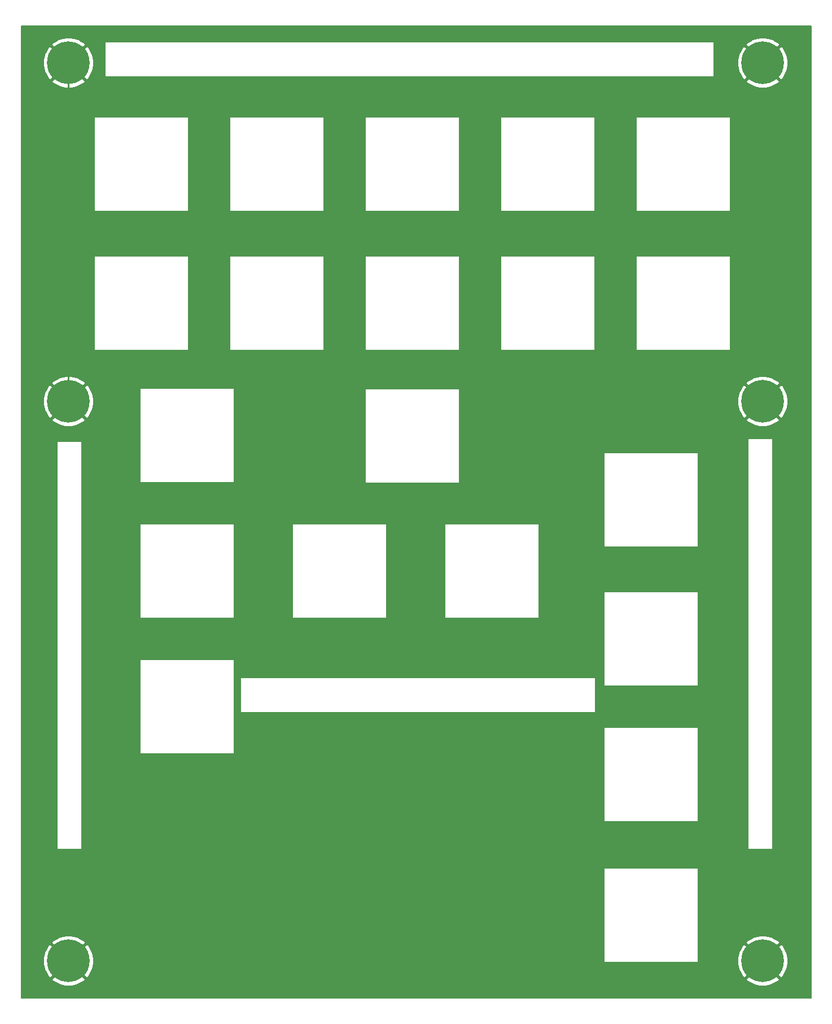
<source format=gbr>
%TF.GenerationSoftware,KiCad,Pcbnew,(7.0.0)*%
%TF.CreationDate,2023-06-10T10:58:39-03:00*%
%TF.ProjectId,panel,70616e65-6c2e-46b6-9963-61645f706362,rev?*%
%TF.SameCoordinates,Original*%
%TF.FileFunction,Copper,L2,Bot*%
%TF.FilePolarity,Positive*%
%FSLAX46Y46*%
G04 Gerber Fmt 4.6, Leading zero omitted, Abs format (unit mm)*
G04 Created by KiCad (PCBNEW (7.0.0)) date 2023-06-10 10:58:39*
%MOMM*%
%LPD*%
G01*
G04 APERTURE LIST*
%TA.AperFunction,ComponentPad*%
%ADD10C,6.400000*%
%TD*%
%TA.AperFunction,Conductor*%
%ADD11C,0.250000*%
%TD*%
G04 APERTURE END LIST*
D10*
%TO.P,J4,1,Pin_1*%
%TO.N,GNDREF*%
X45542200Y-165404800D03*
%TD*%
%TO.P,J3,1,Pin_1*%
%TO.N,GNDREF*%
X149682200Y-165404800D03*
%TD*%
%TO.P,J5,1,Pin_1*%
%TO.N,GNDREF*%
X45542200Y-81584800D03*
%TD*%
%TO.P,J1,1,Pin_1*%
%TO.N,GNDREF*%
X149682200Y-30865744D03*
%TD*%
%TO.P,J6,1,Pin_1*%
%TO.N,GNDREF*%
X45542200Y-30865744D03*
%TD*%
%TO.P,J2,1,Pin_1*%
%TO.N,GNDREF*%
X149682200Y-81584800D03*
%TD*%
D11*
%TO.N,GNDREF*%
X149682200Y-81584800D02*
X152882200Y-84784800D01*
X152882200Y-162204800D02*
X149682200Y-165404800D01*
X149682200Y-165404800D02*
X146482200Y-168604800D01*
X149682200Y-30865744D02*
X146482200Y-34065744D01*
X51689000Y-87731600D02*
X45542200Y-81584800D01*
X45542200Y-165404800D02*
X51689000Y-159258000D01*
X146482200Y-168604800D02*
X48742200Y-168604800D01*
X51689000Y-159258000D02*
X51689000Y-87731600D01*
X145013344Y-35534600D02*
X149682200Y-30865744D01*
X152882200Y-84784800D02*
X152882200Y-162204800D01*
X45542200Y-81584800D02*
X45542200Y-30865744D01*
X146482200Y-34065744D02*
X146482200Y-78384800D01*
X45542200Y-30865744D02*
X50211056Y-35534600D01*
X50211056Y-35534600D02*
X145013344Y-35534600D01*
X48742200Y-168604800D02*
X45542200Y-165404800D01*
X146482200Y-78384800D02*
X149682200Y-81584800D01*
%TD*%
%TA.AperFunction,Conductor*%
%TO.N,GNDREF*%
G36*
X156904756Y-25244057D02*
G01*
X156950143Y-25289444D01*
X156966756Y-25351444D01*
X156966756Y-170945000D01*
X156950143Y-171007000D01*
X156904756Y-171052387D01*
X156842756Y-171069000D01*
X38478022Y-171069000D01*
X38416016Y-171052384D01*
X38370628Y-171006988D01*
X38354022Y-170944978D01*
X38354501Y-168193406D01*
X43112505Y-168193406D01*
X43120391Y-168204669D01*
X43361884Y-168400225D01*
X43367138Y-168404042D01*
X43686933Y-168611720D01*
X43692554Y-168614966D01*
X44032316Y-168788083D01*
X44038240Y-168790720D01*
X44394244Y-168927378D01*
X44400397Y-168929377D01*
X44768737Y-169028073D01*
X44775079Y-169029421D01*
X45151708Y-169089073D01*
X45158151Y-169089750D01*
X45538956Y-169109708D01*
X45545444Y-169109708D01*
X45926248Y-169089750D01*
X45932691Y-169089073D01*
X46309320Y-169029421D01*
X46315662Y-169028073D01*
X46684002Y-168929377D01*
X46690155Y-168927378D01*
X47046159Y-168790720D01*
X47052083Y-168788083D01*
X47391845Y-168614966D01*
X47397466Y-168611720D01*
X47717261Y-168404042D01*
X47722515Y-168400225D01*
X47964006Y-168204670D01*
X47971893Y-168193406D01*
X147252505Y-168193406D01*
X147260391Y-168204669D01*
X147501884Y-168400225D01*
X147507138Y-168404042D01*
X147826933Y-168611720D01*
X147832554Y-168614966D01*
X148172316Y-168788083D01*
X148178240Y-168790720D01*
X148534244Y-168927378D01*
X148540397Y-168929377D01*
X148908737Y-169028073D01*
X148915079Y-169029421D01*
X149291708Y-169089073D01*
X149298151Y-169089750D01*
X149678956Y-169109708D01*
X149685444Y-169109708D01*
X150066248Y-169089750D01*
X150072691Y-169089073D01*
X150449320Y-169029421D01*
X150455662Y-169028073D01*
X150824002Y-168929377D01*
X150830155Y-168927378D01*
X151186159Y-168790720D01*
X151192083Y-168788083D01*
X151531845Y-168614966D01*
X151537466Y-168611720D01*
X151857261Y-168404042D01*
X151862515Y-168400225D01*
X152104006Y-168204670D01*
X152111893Y-168193406D01*
X152105227Y-168181380D01*
X149693742Y-165769895D01*
X149682200Y-165763231D01*
X149670657Y-165769895D01*
X147259171Y-168181380D01*
X147252505Y-168193406D01*
X47971893Y-168193406D01*
X47965227Y-168181380D01*
X45553742Y-165769895D01*
X45542200Y-165763231D01*
X45530657Y-165769895D01*
X43119171Y-168181380D01*
X43112505Y-168193406D01*
X38354501Y-168193406D01*
X38354986Y-165408044D01*
X41837292Y-165408044D01*
X41857249Y-165788848D01*
X41857926Y-165795291D01*
X41917578Y-166171920D01*
X41918926Y-166178262D01*
X42017622Y-166546602D01*
X42019621Y-166552755D01*
X42156279Y-166908759D01*
X42158916Y-166914683D01*
X42332033Y-167254445D01*
X42335279Y-167260066D01*
X42542957Y-167579861D01*
X42546774Y-167585115D01*
X42742329Y-167826607D01*
X42753592Y-167834493D01*
X42765618Y-167827827D01*
X45177104Y-165416342D01*
X45183768Y-165404800D01*
X45900631Y-165404800D01*
X45907295Y-165416342D01*
X48318780Y-167827827D01*
X48330806Y-167834493D01*
X48342070Y-167826606D01*
X48537625Y-167585115D01*
X48541442Y-167579861D01*
X48749120Y-167260066D01*
X48752366Y-167254445D01*
X48925483Y-166914683D01*
X48928120Y-166908759D01*
X49064778Y-166552755D01*
X49066777Y-166546602D01*
X49165473Y-166178262D01*
X49166821Y-166171920D01*
X49226473Y-165795291D01*
X49227150Y-165788848D01*
X49240622Y-165531800D01*
X125932659Y-165531800D01*
X125932700Y-165531899D01*
X125932817Y-165532183D01*
X125933200Y-165532341D01*
X125933299Y-165532300D01*
X139903101Y-165532300D01*
X139903200Y-165532341D01*
X139903583Y-165532183D01*
X139903700Y-165531899D01*
X139903741Y-165531800D01*
X139903700Y-165531701D01*
X139903700Y-165408044D01*
X145977292Y-165408044D01*
X145997249Y-165788848D01*
X145997926Y-165795291D01*
X146057578Y-166171920D01*
X146058926Y-166178262D01*
X146157622Y-166546602D01*
X146159621Y-166552755D01*
X146296279Y-166908759D01*
X146298916Y-166914683D01*
X146472033Y-167254445D01*
X146475279Y-167260066D01*
X146682957Y-167579861D01*
X146686774Y-167585115D01*
X146882329Y-167826607D01*
X146893592Y-167834493D01*
X146905618Y-167827827D01*
X149317104Y-165416342D01*
X149323768Y-165404800D01*
X150040631Y-165404800D01*
X150047295Y-165416342D01*
X152458780Y-167827827D01*
X152470806Y-167834493D01*
X152482070Y-167826606D01*
X152677625Y-167585115D01*
X152681442Y-167579861D01*
X152889120Y-167260066D01*
X152892366Y-167254445D01*
X153065483Y-166914683D01*
X153068120Y-166908759D01*
X153204778Y-166552755D01*
X153206777Y-166546602D01*
X153305473Y-166178262D01*
X153306821Y-166171920D01*
X153366473Y-165795291D01*
X153367150Y-165788848D01*
X153387108Y-165408044D01*
X153387108Y-165401556D01*
X153367150Y-165020751D01*
X153366473Y-165014308D01*
X153306821Y-164637679D01*
X153305473Y-164631337D01*
X153206777Y-164262997D01*
X153204778Y-164256844D01*
X153068120Y-163900840D01*
X153065483Y-163894916D01*
X152892366Y-163555154D01*
X152889120Y-163549533D01*
X152681442Y-163229738D01*
X152677625Y-163224484D01*
X152482069Y-162982991D01*
X152470806Y-162975105D01*
X152458780Y-162981771D01*
X150047295Y-165393257D01*
X150040631Y-165404800D01*
X149323768Y-165404800D01*
X149317104Y-165393257D01*
X146905618Y-162981771D01*
X146893593Y-162975105D01*
X146882327Y-162982994D01*
X146686778Y-163224478D01*
X146682956Y-163229739D01*
X146475279Y-163549533D01*
X146472033Y-163555154D01*
X146298916Y-163894916D01*
X146296279Y-163900840D01*
X146159621Y-164256844D01*
X146157622Y-164262997D01*
X146058926Y-164631337D01*
X146057578Y-164637679D01*
X145997926Y-165014308D01*
X145997249Y-165020751D01*
X145977292Y-165401556D01*
X145977292Y-165408044D01*
X139903700Y-165408044D01*
X139903700Y-162616193D01*
X147252505Y-162616193D01*
X147259171Y-162628218D01*
X149670657Y-165039704D01*
X149682200Y-165046368D01*
X149693742Y-165039704D01*
X152105227Y-162628218D01*
X152111893Y-162616192D01*
X152104007Y-162604929D01*
X151862515Y-162409374D01*
X151857261Y-162405557D01*
X151537466Y-162197879D01*
X151531845Y-162194633D01*
X151192083Y-162021516D01*
X151186159Y-162018879D01*
X150830155Y-161882221D01*
X150824002Y-161880222D01*
X150455662Y-161781526D01*
X150449320Y-161780178D01*
X150072691Y-161720526D01*
X150066248Y-161719849D01*
X149685444Y-161699892D01*
X149678956Y-161699892D01*
X149298151Y-161719849D01*
X149291708Y-161720526D01*
X148915079Y-161780178D01*
X148908737Y-161781526D01*
X148540397Y-161880222D01*
X148534244Y-161882221D01*
X148178240Y-162018879D01*
X148172316Y-162021516D01*
X147832554Y-162194633D01*
X147826933Y-162197879D01*
X147507139Y-162405556D01*
X147501878Y-162409378D01*
X147260394Y-162604927D01*
X147252505Y-162616193D01*
X139903700Y-162616193D01*
X139903700Y-151561899D01*
X139903741Y-151561800D01*
X139903583Y-151561417D01*
X139903299Y-151561300D01*
X139903200Y-151561259D01*
X139903101Y-151561300D01*
X125933299Y-151561300D01*
X125933200Y-151561259D01*
X125933101Y-151561300D01*
X125932817Y-151561417D01*
X125932659Y-151561800D01*
X125932700Y-151561899D01*
X125932700Y-165531701D01*
X125932659Y-165531800D01*
X49240622Y-165531800D01*
X49247108Y-165408044D01*
X49247108Y-165401556D01*
X49227150Y-165020751D01*
X49226473Y-165014308D01*
X49166821Y-164637679D01*
X49165473Y-164631337D01*
X49066777Y-164262997D01*
X49064778Y-164256844D01*
X48928120Y-163900840D01*
X48925483Y-163894916D01*
X48752366Y-163555154D01*
X48749120Y-163549533D01*
X48541442Y-163229738D01*
X48537625Y-163224484D01*
X48342069Y-162982991D01*
X48330806Y-162975105D01*
X48318780Y-162981771D01*
X45907295Y-165393257D01*
X45900631Y-165404800D01*
X45183768Y-165404800D01*
X45177104Y-165393257D01*
X42765618Y-162981771D01*
X42753593Y-162975105D01*
X42742327Y-162982994D01*
X42546778Y-163224478D01*
X42542956Y-163229739D01*
X42335279Y-163549533D01*
X42332033Y-163555154D01*
X42158916Y-163894916D01*
X42156279Y-163900840D01*
X42019621Y-164256844D01*
X42017622Y-164262997D01*
X41918926Y-164631337D01*
X41917578Y-164637679D01*
X41857926Y-165014308D01*
X41857249Y-165020751D01*
X41837292Y-165401556D01*
X41837292Y-165408044D01*
X38354986Y-165408044D01*
X38355472Y-162616193D01*
X43112505Y-162616193D01*
X43119171Y-162628218D01*
X45530657Y-165039704D01*
X45542200Y-165046368D01*
X45553742Y-165039704D01*
X47965227Y-162628218D01*
X47971893Y-162616192D01*
X47964007Y-162604929D01*
X47722515Y-162409374D01*
X47717261Y-162405557D01*
X47397466Y-162197879D01*
X47391845Y-162194633D01*
X47052083Y-162021516D01*
X47046159Y-162018879D01*
X46690155Y-161882221D01*
X46684002Y-161880222D01*
X46315662Y-161781526D01*
X46309320Y-161780178D01*
X45932691Y-161720526D01*
X45926248Y-161719849D01*
X45545444Y-161699892D01*
X45538956Y-161699892D01*
X45158151Y-161719849D01*
X45151708Y-161720526D01*
X44775079Y-161780178D01*
X44768737Y-161781526D01*
X44400397Y-161880222D01*
X44394244Y-161882221D01*
X44038240Y-162018879D01*
X44032316Y-162021516D01*
X43692554Y-162194633D01*
X43686933Y-162197879D01*
X43367139Y-162405556D01*
X43361878Y-162409378D01*
X43120394Y-162604927D01*
X43112505Y-162616193D01*
X38355472Y-162616193D01*
X38368522Y-87680800D01*
X43891200Y-87680800D01*
X43891200Y-148640800D01*
X47430874Y-148640800D01*
X47447200Y-148640800D01*
X47447200Y-144449800D01*
X125932659Y-144449800D01*
X125932700Y-144449899D01*
X125932817Y-144450183D01*
X125933200Y-144450341D01*
X125933299Y-144450300D01*
X139903101Y-144450300D01*
X139903200Y-144450341D01*
X139903583Y-144450183D01*
X139903700Y-144449899D01*
X139903741Y-144449800D01*
X139903700Y-144449701D01*
X139903700Y-130479899D01*
X139903741Y-130479800D01*
X139903583Y-130479417D01*
X139903299Y-130479300D01*
X139903200Y-130479259D01*
X139903101Y-130479300D01*
X125933299Y-130479300D01*
X125933200Y-130479259D01*
X125933101Y-130479300D01*
X125932817Y-130479417D01*
X125932659Y-130479800D01*
X125932700Y-130479899D01*
X125932700Y-144449701D01*
X125932659Y-144449800D01*
X47447200Y-144449800D01*
X47447200Y-134289800D01*
X56336659Y-134289800D01*
X56336700Y-134289899D01*
X56336817Y-134290183D01*
X56337200Y-134290341D01*
X56337299Y-134290300D01*
X70307101Y-134290300D01*
X70307200Y-134290341D01*
X70307583Y-134290183D01*
X70307700Y-134289899D01*
X70307741Y-134289800D01*
X70307700Y-134289701D01*
X70307700Y-123063000D01*
X71450200Y-123063000D01*
X71450200Y-128143000D01*
X124519874Y-128143000D01*
X124536200Y-128143000D01*
X124536200Y-124129800D01*
X125932659Y-124129800D01*
X125932700Y-124129899D01*
X125932817Y-124130183D01*
X125933200Y-124130341D01*
X125933299Y-124130300D01*
X139903101Y-124130300D01*
X139903200Y-124130341D01*
X139903583Y-124130183D01*
X139903700Y-124129899D01*
X139903741Y-124129800D01*
X139903700Y-124129701D01*
X139903700Y-110159899D01*
X139903741Y-110159800D01*
X139903583Y-110159417D01*
X139903299Y-110159300D01*
X139903200Y-110159259D01*
X139903101Y-110159300D01*
X125933299Y-110159300D01*
X125933200Y-110159259D01*
X125933101Y-110159300D01*
X125932817Y-110159417D01*
X125932659Y-110159800D01*
X125932700Y-110159899D01*
X125932700Y-124129701D01*
X125932659Y-124129800D01*
X124536200Y-124129800D01*
X124536200Y-123063000D01*
X71450200Y-123063000D01*
X70307700Y-123063000D01*
X70307700Y-120319899D01*
X70307741Y-120319800D01*
X70307583Y-120319417D01*
X70307299Y-120319300D01*
X70307200Y-120319259D01*
X70307101Y-120319300D01*
X56337299Y-120319300D01*
X56337200Y-120319259D01*
X56337101Y-120319300D01*
X56336817Y-120319417D01*
X56336659Y-120319800D01*
X56336700Y-120319899D01*
X56336700Y-134289701D01*
X56336659Y-134289800D01*
X47447200Y-134289800D01*
X47447200Y-113969800D01*
X56336659Y-113969800D01*
X56336700Y-113969899D01*
X56336817Y-113970183D01*
X56337200Y-113970341D01*
X56337299Y-113970300D01*
X70307101Y-113970300D01*
X70307200Y-113970341D01*
X70307583Y-113970183D01*
X70307700Y-113969899D01*
X70307741Y-113969800D01*
X79196659Y-113969800D01*
X79196700Y-113969899D01*
X79196817Y-113970183D01*
X79197200Y-113970341D01*
X79197299Y-113970300D01*
X93167101Y-113970300D01*
X93167200Y-113970341D01*
X93167583Y-113970183D01*
X93167700Y-113969899D01*
X93167741Y-113969800D01*
X102056659Y-113969800D01*
X102056700Y-113969899D01*
X102056817Y-113970183D01*
X102057200Y-113970341D01*
X102057299Y-113970300D01*
X116027101Y-113970300D01*
X116027200Y-113970341D01*
X116027583Y-113970183D01*
X116027700Y-113969899D01*
X116027741Y-113969800D01*
X116027700Y-113969701D01*
X116027700Y-103301800D01*
X125932659Y-103301800D01*
X125932700Y-103301899D01*
X125932817Y-103302183D01*
X125933200Y-103302341D01*
X125933299Y-103302300D01*
X139903101Y-103302300D01*
X139903200Y-103302341D01*
X139903583Y-103302183D01*
X139903700Y-103301899D01*
X139903741Y-103301800D01*
X139903700Y-103301701D01*
X139903700Y-89331899D01*
X139903741Y-89331800D01*
X139903583Y-89331417D01*
X139903299Y-89331300D01*
X139903200Y-89331259D01*
X139903101Y-89331300D01*
X125933299Y-89331300D01*
X125933200Y-89331259D01*
X125933101Y-89331300D01*
X125932817Y-89331417D01*
X125932659Y-89331800D01*
X125932700Y-89331899D01*
X125932700Y-103301701D01*
X125932659Y-103301800D01*
X116027700Y-103301800D01*
X116027700Y-99999899D01*
X116027741Y-99999800D01*
X116027583Y-99999417D01*
X116027299Y-99999300D01*
X116027200Y-99999259D01*
X116027101Y-99999300D01*
X102057299Y-99999300D01*
X102057200Y-99999259D01*
X102057101Y-99999300D01*
X102056817Y-99999417D01*
X102056659Y-99999800D01*
X102056700Y-99999899D01*
X102056700Y-113969701D01*
X102056659Y-113969800D01*
X93167741Y-113969800D01*
X93167700Y-113969701D01*
X93167700Y-99999899D01*
X93167741Y-99999800D01*
X93167583Y-99999417D01*
X93167299Y-99999300D01*
X93167200Y-99999259D01*
X93167101Y-99999300D01*
X79197299Y-99999300D01*
X79197200Y-99999259D01*
X79197101Y-99999300D01*
X79196817Y-99999417D01*
X79196659Y-99999800D01*
X79196700Y-99999899D01*
X79196700Y-113969701D01*
X79196659Y-113969800D01*
X70307741Y-113969800D01*
X70307700Y-113969701D01*
X70307700Y-99999899D01*
X70307741Y-99999800D01*
X70307583Y-99999417D01*
X70307299Y-99999300D01*
X70307200Y-99999259D01*
X70307101Y-99999300D01*
X56337299Y-99999300D01*
X56337200Y-99999259D01*
X56337101Y-99999300D01*
X56336817Y-99999417D01*
X56336659Y-99999800D01*
X56336700Y-99999899D01*
X56336700Y-113969701D01*
X56336659Y-113969800D01*
X47447200Y-113969800D01*
X47447200Y-93726000D01*
X90118659Y-93726000D01*
X90118700Y-93726099D01*
X90118817Y-93726383D01*
X90119200Y-93726541D01*
X90119299Y-93726500D01*
X104089101Y-93726500D01*
X104089200Y-93726541D01*
X104089583Y-93726383D01*
X104089700Y-93726099D01*
X104089741Y-93726000D01*
X104089700Y-93725901D01*
X104089700Y-87249000D01*
X147523200Y-87249000D01*
X147523200Y-148640800D01*
X151062874Y-148640800D01*
X151079200Y-148640800D01*
X151079200Y-87249000D01*
X147523200Y-87249000D01*
X104089700Y-87249000D01*
X104089700Y-84373406D01*
X147252505Y-84373406D01*
X147260391Y-84384669D01*
X147501884Y-84580225D01*
X147507138Y-84584042D01*
X147826933Y-84791720D01*
X147832554Y-84794966D01*
X148172316Y-84968083D01*
X148178240Y-84970720D01*
X148534244Y-85107378D01*
X148540397Y-85109377D01*
X148908737Y-85208073D01*
X148915079Y-85209421D01*
X149291708Y-85269073D01*
X149298151Y-85269750D01*
X149678956Y-85289708D01*
X149685444Y-85289708D01*
X150066248Y-85269750D01*
X150072691Y-85269073D01*
X150449320Y-85209421D01*
X150455662Y-85208073D01*
X150824002Y-85109377D01*
X150830155Y-85107378D01*
X151186159Y-84970720D01*
X151192083Y-84968083D01*
X151531845Y-84794966D01*
X151537466Y-84791720D01*
X151857261Y-84584042D01*
X151862515Y-84580225D01*
X152104006Y-84384670D01*
X152111893Y-84373406D01*
X152105227Y-84361380D01*
X149693742Y-81949895D01*
X149682200Y-81943231D01*
X149670657Y-81949895D01*
X147259171Y-84361380D01*
X147252505Y-84373406D01*
X104089700Y-84373406D01*
X104089700Y-81588044D01*
X145977292Y-81588044D01*
X145997249Y-81968848D01*
X145997926Y-81975291D01*
X146057578Y-82351920D01*
X146058926Y-82358262D01*
X146157622Y-82726602D01*
X146159621Y-82732755D01*
X146296279Y-83088759D01*
X146298916Y-83094683D01*
X146472033Y-83434445D01*
X146475279Y-83440066D01*
X146682957Y-83759861D01*
X146686774Y-83765115D01*
X146882329Y-84006607D01*
X146893592Y-84014493D01*
X146905618Y-84007827D01*
X149317104Y-81596342D01*
X149323768Y-81584800D01*
X150040631Y-81584800D01*
X150047295Y-81596342D01*
X152458780Y-84007827D01*
X152470806Y-84014493D01*
X152482070Y-84006606D01*
X152677625Y-83765115D01*
X152681442Y-83759861D01*
X152889120Y-83440066D01*
X152892366Y-83434445D01*
X153065483Y-83094683D01*
X153068120Y-83088759D01*
X153204778Y-82732755D01*
X153206777Y-82726602D01*
X153305473Y-82358262D01*
X153306821Y-82351920D01*
X153366473Y-81975291D01*
X153367150Y-81968848D01*
X153387108Y-81588044D01*
X153387108Y-81581556D01*
X153367150Y-81200751D01*
X153366473Y-81194308D01*
X153306821Y-80817679D01*
X153305473Y-80811337D01*
X153206777Y-80442997D01*
X153204778Y-80436844D01*
X153068120Y-80080840D01*
X153065483Y-80074916D01*
X152892366Y-79735154D01*
X152889120Y-79729533D01*
X152681442Y-79409738D01*
X152677625Y-79404484D01*
X152482069Y-79162991D01*
X152470806Y-79155105D01*
X152458780Y-79161771D01*
X150047295Y-81573257D01*
X150040631Y-81584800D01*
X149323768Y-81584800D01*
X149317104Y-81573257D01*
X146905618Y-79161771D01*
X146893593Y-79155105D01*
X146882327Y-79162994D01*
X146686778Y-79404478D01*
X146682956Y-79409739D01*
X146475279Y-79729533D01*
X146472033Y-79735154D01*
X146298916Y-80074916D01*
X146296279Y-80080840D01*
X146159621Y-80436844D01*
X146157622Y-80442997D01*
X146058926Y-80811337D01*
X146057578Y-80817679D01*
X145997926Y-81194308D01*
X145997249Y-81200751D01*
X145977292Y-81581556D01*
X145977292Y-81588044D01*
X104089700Y-81588044D01*
X104089700Y-79756099D01*
X104089741Y-79756000D01*
X104089583Y-79755617D01*
X104089299Y-79755500D01*
X104089200Y-79755459D01*
X104089101Y-79755500D01*
X90119299Y-79755500D01*
X90119200Y-79755459D01*
X90119101Y-79755500D01*
X90118817Y-79755617D01*
X90118659Y-79756000D01*
X90118700Y-79756099D01*
X90118700Y-93725901D01*
X90118659Y-93726000D01*
X47447200Y-93726000D01*
X47447200Y-93649800D01*
X56336659Y-93649800D01*
X56336700Y-93649899D01*
X56336817Y-93650183D01*
X56337200Y-93650341D01*
X56337299Y-93650300D01*
X70307101Y-93650300D01*
X70307200Y-93650341D01*
X70307583Y-93650183D01*
X70307700Y-93649899D01*
X70307741Y-93649800D01*
X70307700Y-93649701D01*
X70307700Y-79679899D01*
X70307741Y-79679800D01*
X70307583Y-79679417D01*
X70307299Y-79679300D01*
X70307200Y-79679259D01*
X70307101Y-79679300D01*
X56337299Y-79679300D01*
X56337200Y-79679259D01*
X56337101Y-79679300D01*
X56336817Y-79679417D01*
X56336659Y-79679800D01*
X56336700Y-79679899D01*
X56336700Y-93649701D01*
X56336659Y-93649800D01*
X47447200Y-93649800D01*
X47447200Y-87680800D01*
X43891200Y-87680800D01*
X38368522Y-87680800D01*
X38369098Y-84373406D01*
X43112505Y-84373406D01*
X43120391Y-84384669D01*
X43361884Y-84580225D01*
X43367138Y-84584042D01*
X43686933Y-84791720D01*
X43692554Y-84794966D01*
X44032316Y-84968083D01*
X44038240Y-84970720D01*
X44394244Y-85107378D01*
X44400397Y-85109377D01*
X44768737Y-85208073D01*
X44775079Y-85209421D01*
X45151708Y-85269073D01*
X45158151Y-85269750D01*
X45538956Y-85289708D01*
X45545444Y-85289708D01*
X45926248Y-85269750D01*
X45932691Y-85269073D01*
X46309320Y-85209421D01*
X46315662Y-85208073D01*
X46684002Y-85109377D01*
X46690155Y-85107378D01*
X47046159Y-84970720D01*
X47052083Y-84968083D01*
X47391845Y-84794966D01*
X47397466Y-84791720D01*
X47717261Y-84584042D01*
X47722515Y-84580225D01*
X47964006Y-84384670D01*
X47971893Y-84373406D01*
X47965227Y-84361380D01*
X45553742Y-81949895D01*
X45542200Y-81943231D01*
X45530657Y-81949895D01*
X43119171Y-84361380D01*
X43112505Y-84373406D01*
X38369098Y-84373406D01*
X38369583Y-81588044D01*
X41837292Y-81588044D01*
X41857249Y-81968848D01*
X41857926Y-81975291D01*
X41917578Y-82351920D01*
X41918926Y-82358262D01*
X42017622Y-82726602D01*
X42019621Y-82732755D01*
X42156279Y-83088759D01*
X42158916Y-83094683D01*
X42332033Y-83434445D01*
X42335279Y-83440066D01*
X42542957Y-83759861D01*
X42546774Y-83765115D01*
X42742329Y-84006607D01*
X42753592Y-84014493D01*
X42765618Y-84007827D01*
X45177104Y-81596342D01*
X45183768Y-81584800D01*
X45900631Y-81584800D01*
X45907295Y-81596342D01*
X48318780Y-84007827D01*
X48330806Y-84014493D01*
X48342070Y-84006606D01*
X48537625Y-83765115D01*
X48541442Y-83759861D01*
X48749120Y-83440066D01*
X48752366Y-83434445D01*
X48925483Y-83094683D01*
X48928120Y-83088759D01*
X49064778Y-82732755D01*
X49066777Y-82726602D01*
X49165473Y-82358262D01*
X49166821Y-82351920D01*
X49226473Y-81975291D01*
X49227150Y-81968848D01*
X49247108Y-81588044D01*
X49247108Y-81581556D01*
X49227150Y-81200751D01*
X49226473Y-81194308D01*
X49166821Y-80817679D01*
X49165473Y-80811337D01*
X49066777Y-80442997D01*
X49064778Y-80436844D01*
X48928120Y-80080840D01*
X48925483Y-80074916D01*
X48752366Y-79735154D01*
X48749120Y-79729533D01*
X48541442Y-79409738D01*
X48537625Y-79404484D01*
X48342069Y-79162991D01*
X48330806Y-79155105D01*
X48318780Y-79161771D01*
X45907295Y-81573257D01*
X45900631Y-81584800D01*
X45183768Y-81584800D01*
X45177104Y-81573257D01*
X42765618Y-79161771D01*
X42753593Y-79155105D01*
X42742327Y-79162994D01*
X42546778Y-79404478D01*
X42542956Y-79409739D01*
X42335279Y-79729533D01*
X42332033Y-79735154D01*
X42158916Y-80074916D01*
X42156279Y-80080840D01*
X42019621Y-80436844D01*
X42017622Y-80442997D01*
X41918926Y-80811337D01*
X41917578Y-80817679D01*
X41857926Y-81194308D01*
X41857249Y-81200751D01*
X41837292Y-81581556D01*
X41837292Y-81588044D01*
X38369583Y-81588044D01*
X38369902Y-79757575D01*
X38370069Y-78796193D01*
X43112505Y-78796193D01*
X43119171Y-78808218D01*
X45530657Y-81219704D01*
X45542200Y-81226368D01*
X45553742Y-81219704D01*
X47965227Y-78808218D01*
X47971892Y-78796193D01*
X147252505Y-78796193D01*
X147259171Y-78808218D01*
X149670657Y-81219704D01*
X149682200Y-81226368D01*
X149693742Y-81219704D01*
X152105227Y-78808218D01*
X152111893Y-78796192D01*
X152104007Y-78784929D01*
X151862515Y-78589374D01*
X151857261Y-78585557D01*
X151537466Y-78377879D01*
X151531845Y-78374633D01*
X151192083Y-78201516D01*
X151186159Y-78198879D01*
X150830155Y-78062221D01*
X150824002Y-78060222D01*
X150455662Y-77961526D01*
X150449320Y-77960178D01*
X150072691Y-77900526D01*
X150066248Y-77899849D01*
X149685444Y-77879892D01*
X149678956Y-77879892D01*
X149298151Y-77899849D01*
X149291708Y-77900526D01*
X148915079Y-77960178D01*
X148908737Y-77961526D01*
X148540397Y-78060222D01*
X148534244Y-78062221D01*
X148178240Y-78198879D01*
X148172316Y-78201516D01*
X147832554Y-78374633D01*
X147826933Y-78377879D01*
X147507139Y-78585556D01*
X147501878Y-78589378D01*
X147260394Y-78784927D01*
X147252505Y-78796193D01*
X47971892Y-78796193D01*
X47971893Y-78796192D01*
X47964007Y-78784929D01*
X47722515Y-78589374D01*
X47717261Y-78585557D01*
X47397466Y-78377879D01*
X47391845Y-78374633D01*
X47052083Y-78201516D01*
X47046159Y-78198879D01*
X46690155Y-78062221D01*
X46684002Y-78060222D01*
X46315662Y-77961526D01*
X46309320Y-77960178D01*
X45932691Y-77900526D01*
X45926248Y-77899849D01*
X45545444Y-77879892D01*
X45538956Y-77879892D01*
X45158151Y-77899849D01*
X45151708Y-77900526D01*
X44775079Y-77960178D01*
X44768737Y-77961526D01*
X44400397Y-78060222D01*
X44394244Y-78062221D01*
X44038240Y-78198879D01*
X44032316Y-78201516D01*
X43692554Y-78374633D01*
X43686933Y-78377879D01*
X43367139Y-78585556D01*
X43361878Y-78589378D01*
X43120394Y-78784927D01*
X43112505Y-78796193D01*
X38370069Y-78796193D01*
X38370933Y-73837800D01*
X49478659Y-73837800D01*
X49478700Y-73837899D01*
X49478817Y-73838183D01*
X49479200Y-73838341D01*
X49479299Y-73838300D01*
X63449101Y-73838300D01*
X63449200Y-73838341D01*
X63449583Y-73838183D01*
X63449700Y-73837899D01*
X63449741Y-73837800D01*
X69798659Y-73837800D01*
X69798700Y-73837899D01*
X69798817Y-73838183D01*
X69799200Y-73838341D01*
X69799299Y-73838300D01*
X83769101Y-73838300D01*
X83769200Y-73838341D01*
X83769583Y-73838183D01*
X83769700Y-73837899D01*
X83769741Y-73837800D01*
X90118659Y-73837800D01*
X90118700Y-73837899D01*
X90118817Y-73838183D01*
X90119200Y-73838341D01*
X90119299Y-73838300D01*
X104089101Y-73838300D01*
X104089200Y-73838341D01*
X104089583Y-73838183D01*
X104089700Y-73837899D01*
X104089741Y-73837800D01*
X110438659Y-73837800D01*
X110438700Y-73837899D01*
X110438817Y-73838183D01*
X110439200Y-73838341D01*
X110439299Y-73838300D01*
X124409101Y-73838300D01*
X124409200Y-73838341D01*
X124409583Y-73838183D01*
X124409700Y-73837899D01*
X124409741Y-73837800D01*
X130758659Y-73837800D01*
X130758700Y-73837899D01*
X130758817Y-73838183D01*
X130759200Y-73838341D01*
X130759299Y-73838300D01*
X144729101Y-73838300D01*
X144729200Y-73838341D01*
X144729583Y-73838183D01*
X144729700Y-73837899D01*
X144729741Y-73837800D01*
X144729700Y-73837701D01*
X144729700Y-59867899D01*
X144729741Y-59867800D01*
X144729583Y-59867417D01*
X144729299Y-59867300D01*
X144729200Y-59867259D01*
X144729101Y-59867300D01*
X130759299Y-59867300D01*
X130759200Y-59867259D01*
X130759101Y-59867300D01*
X130758817Y-59867417D01*
X130758659Y-59867800D01*
X130758700Y-59867899D01*
X130758700Y-73837701D01*
X130758659Y-73837800D01*
X124409741Y-73837800D01*
X124409700Y-73837701D01*
X124409700Y-59867899D01*
X124409741Y-59867800D01*
X124409583Y-59867417D01*
X124409299Y-59867300D01*
X124409200Y-59867259D01*
X124409101Y-59867300D01*
X110439299Y-59867300D01*
X110439200Y-59867259D01*
X110439101Y-59867300D01*
X110438817Y-59867417D01*
X110438659Y-59867800D01*
X110438700Y-59867899D01*
X110438700Y-73837701D01*
X110438659Y-73837800D01*
X104089741Y-73837800D01*
X104089700Y-73837701D01*
X104089700Y-59867899D01*
X104089741Y-59867800D01*
X104089583Y-59867417D01*
X104089299Y-59867300D01*
X104089200Y-59867259D01*
X104089101Y-59867300D01*
X90119299Y-59867300D01*
X90119200Y-59867259D01*
X90119101Y-59867300D01*
X90118817Y-59867417D01*
X90118659Y-59867800D01*
X90118700Y-59867899D01*
X90118700Y-73837701D01*
X90118659Y-73837800D01*
X83769741Y-73837800D01*
X83769700Y-73837701D01*
X83769700Y-59867899D01*
X83769741Y-59867800D01*
X83769583Y-59867417D01*
X83769299Y-59867300D01*
X83769200Y-59867259D01*
X83769101Y-59867300D01*
X69799299Y-59867300D01*
X69799200Y-59867259D01*
X69799101Y-59867300D01*
X69798817Y-59867417D01*
X69798659Y-59867800D01*
X69798700Y-59867899D01*
X69798700Y-73837701D01*
X69798659Y-73837800D01*
X63449741Y-73837800D01*
X63449700Y-73837701D01*
X63449700Y-59867899D01*
X63449741Y-59867800D01*
X63449583Y-59867417D01*
X63449299Y-59867300D01*
X63449200Y-59867259D01*
X63449101Y-59867300D01*
X49479299Y-59867300D01*
X49479200Y-59867259D01*
X49479101Y-59867300D01*
X49478817Y-59867417D01*
X49478659Y-59867800D01*
X49478700Y-59867899D01*
X49478700Y-73837701D01*
X49478659Y-73837800D01*
X38370933Y-73837800D01*
X38374560Y-53009800D01*
X49478659Y-53009800D01*
X49478757Y-53010038D01*
X49478816Y-53010182D01*
X49478817Y-53010183D01*
X49479001Y-53010258D01*
X49479199Y-53010341D01*
X49479299Y-53010300D01*
X63449101Y-53010300D01*
X63449200Y-53010341D01*
X63449583Y-53010183D01*
X63449700Y-53009899D01*
X63449741Y-53009800D01*
X69798659Y-53009800D01*
X69798700Y-53009899D01*
X69798817Y-53010183D01*
X69799200Y-53010341D01*
X69799299Y-53010300D01*
X83769101Y-53010300D01*
X83769200Y-53010341D01*
X83769583Y-53010183D01*
X83769700Y-53009899D01*
X83769741Y-53009800D01*
X90118659Y-53009800D01*
X90118700Y-53009899D01*
X90118817Y-53010183D01*
X90119200Y-53010341D01*
X90119299Y-53010300D01*
X104089101Y-53010300D01*
X104089200Y-53010341D01*
X104089583Y-53010183D01*
X104089700Y-53009899D01*
X104089741Y-53009800D01*
X110438659Y-53009800D01*
X110438700Y-53009899D01*
X110438817Y-53010183D01*
X110439200Y-53010341D01*
X110439299Y-53010300D01*
X124409101Y-53010300D01*
X124409200Y-53010341D01*
X124409583Y-53010183D01*
X124409700Y-53009899D01*
X124409741Y-53009800D01*
X130758659Y-53009800D01*
X130758700Y-53009899D01*
X130758817Y-53010183D01*
X130759200Y-53010341D01*
X130759299Y-53010300D01*
X144729101Y-53010300D01*
X144729200Y-53010341D01*
X144729583Y-53010183D01*
X144729700Y-53009899D01*
X144729741Y-53009800D01*
X144729700Y-53009701D01*
X144729700Y-39039899D01*
X144729741Y-39039800D01*
X144729583Y-39039417D01*
X144729299Y-39039300D01*
X144729200Y-39039259D01*
X144729101Y-39039300D01*
X130759299Y-39039300D01*
X130759200Y-39039259D01*
X130759101Y-39039300D01*
X130758817Y-39039417D01*
X130758659Y-39039800D01*
X130758700Y-39039899D01*
X130758700Y-53009701D01*
X130758659Y-53009800D01*
X124409741Y-53009800D01*
X124409700Y-53009701D01*
X124409700Y-39039899D01*
X124409741Y-39039800D01*
X124409583Y-39039417D01*
X124409299Y-39039300D01*
X124409200Y-39039259D01*
X124409101Y-39039300D01*
X110439299Y-39039300D01*
X110439200Y-39039259D01*
X110439101Y-39039300D01*
X110438817Y-39039417D01*
X110438659Y-39039800D01*
X110438700Y-39039899D01*
X110438700Y-53009701D01*
X110438659Y-53009800D01*
X104089741Y-53009800D01*
X104089700Y-53009701D01*
X104089700Y-39039899D01*
X104089741Y-39039800D01*
X104089583Y-39039417D01*
X104089299Y-39039300D01*
X104089200Y-39039259D01*
X104089101Y-39039300D01*
X90119299Y-39039300D01*
X90119200Y-39039259D01*
X90119101Y-39039300D01*
X90118817Y-39039417D01*
X90118659Y-39039800D01*
X90118700Y-39039899D01*
X90118700Y-53009701D01*
X90118659Y-53009800D01*
X83769741Y-53009800D01*
X83769700Y-53009701D01*
X83769700Y-39039899D01*
X83769741Y-39039800D01*
X83769583Y-39039417D01*
X83769299Y-39039300D01*
X83769200Y-39039259D01*
X83769101Y-39039300D01*
X69799299Y-39039300D01*
X69799200Y-39039259D01*
X69799101Y-39039300D01*
X69798817Y-39039417D01*
X69798659Y-39039800D01*
X69798700Y-39039899D01*
X69798700Y-53009701D01*
X69798659Y-53009800D01*
X63449741Y-53009800D01*
X63449700Y-53009701D01*
X63449700Y-39039899D01*
X63449741Y-39039800D01*
X63449583Y-39039417D01*
X63449299Y-39039300D01*
X63449200Y-39039259D01*
X63449101Y-39039300D01*
X49504700Y-39039300D01*
X49504601Y-39039259D01*
X49504218Y-39039416D01*
X49504217Y-39039416D01*
X49504217Y-39039417D01*
X49504059Y-39039800D01*
X49504099Y-39039898D01*
X49504077Y-39051697D01*
X49504076Y-39051705D01*
X49478720Y-52998195D01*
X49478720Y-52998199D01*
X49478700Y-53009699D01*
X49478659Y-53009800D01*
X38374560Y-53009800D01*
X38377931Y-33654350D01*
X43112505Y-33654350D01*
X43120391Y-33665613D01*
X43361884Y-33861169D01*
X43367138Y-33864986D01*
X43686933Y-34072664D01*
X43692554Y-34075910D01*
X44032316Y-34249027D01*
X44038240Y-34251664D01*
X44394244Y-34388322D01*
X44400397Y-34390321D01*
X44768737Y-34489017D01*
X44775079Y-34490365D01*
X45151708Y-34550017D01*
X45158151Y-34550694D01*
X45538956Y-34570652D01*
X45545444Y-34570652D01*
X45926248Y-34550694D01*
X45932691Y-34550017D01*
X46309320Y-34490365D01*
X46315662Y-34489017D01*
X46684002Y-34390321D01*
X46690155Y-34388322D01*
X47046159Y-34251664D01*
X47052083Y-34249027D01*
X47391845Y-34075910D01*
X47397466Y-34072664D01*
X47717261Y-33864986D01*
X47722515Y-33861169D01*
X47964006Y-33665614D01*
X47971893Y-33654350D01*
X147252505Y-33654350D01*
X147260391Y-33665613D01*
X147501884Y-33861169D01*
X147507138Y-33864986D01*
X147826933Y-34072664D01*
X147832554Y-34075910D01*
X148172316Y-34249027D01*
X148178240Y-34251664D01*
X148534244Y-34388322D01*
X148540397Y-34390321D01*
X148908737Y-34489017D01*
X148915079Y-34490365D01*
X149291708Y-34550017D01*
X149298151Y-34550694D01*
X149678956Y-34570652D01*
X149685444Y-34570652D01*
X150066248Y-34550694D01*
X150072691Y-34550017D01*
X150449320Y-34490365D01*
X150455662Y-34489017D01*
X150824002Y-34390321D01*
X150830155Y-34388322D01*
X151186159Y-34251664D01*
X151192083Y-34249027D01*
X151531845Y-34075910D01*
X151537466Y-34072664D01*
X151857261Y-33864986D01*
X151862515Y-33861169D01*
X152104006Y-33665614D01*
X152111893Y-33654350D01*
X152105227Y-33642324D01*
X149693742Y-31230839D01*
X149682200Y-31224175D01*
X149670657Y-31230839D01*
X147259171Y-33642324D01*
X147252505Y-33654350D01*
X47971893Y-33654350D01*
X47965227Y-33642324D01*
X45553742Y-31230839D01*
X45542199Y-31224175D01*
X45530657Y-31230839D01*
X43119171Y-33642324D01*
X43112505Y-33654350D01*
X38377931Y-33654350D01*
X38378416Y-30868988D01*
X41837292Y-30868988D01*
X41857249Y-31249792D01*
X41857926Y-31256235D01*
X41917578Y-31632864D01*
X41918926Y-31639206D01*
X42017622Y-32007546D01*
X42019621Y-32013699D01*
X42156279Y-32369703D01*
X42158916Y-32375627D01*
X42332033Y-32715389D01*
X42335279Y-32721010D01*
X42542957Y-33040805D01*
X42546774Y-33046059D01*
X42742329Y-33287551D01*
X42753592Y-33295437D01*
X42765618Y-33288771D01*
X45177104Y-30877286D01*
X45183768Y-30865744D01*
X45183767Y-30865743D01*
X45900631Y-30865743D01*
X45907295Y-30877286D01*
X48318780Y-33288771D01*
X48330806Y-33295437D01*
X48342070Y-33287550D01*
X48537625Y-33046059D01*
X48541442Y-33040805D01*
X48749120Y-32721010D01*
X48752366Y-32715389D01*
X48925483Y-32375627D01*
X48928120Y-32369703D01*
X49064778Y-32013699D01*
X49066777Y-32007546D01*
X49165473Y-31639206D01*
X49166821Y-31632864D01*
X49226473Y-31256235D01*
X49227150Y-31249792D01*
X49247108Y-30868988D01*
X49247108Y-30862500D01*
X49227150Y-30481695D01*
X49226473Y-30475252D01*
X49166821Y-30098623D01*
X49165473Y-30092281D01*
X49066777Y-29723941D01*
X49064778Y-29717788D01*
X48928120Y-29361784D01*
X48925483Y-29355860D01*
X48752366Y-29016098D01*
X48749120Y-29010477D01*
X48541442Y-28690682D01*
X48537625Y-28685428D01*
X48342069Y-28443935D01*
X48330806Y-28436049D01*
X48318780Y-28442715D01*
X45907295Y-30854201D01*
X45900631Y-30865743D01*
X45183767Y-30865743D01*
X45177104Y-30854201D01*
X42765618Y-28442715D01*
X42753593Y-28436049D01*
X42742327Y-28443938D01*
X42546778Y-28685422D01*
X42542956Y-28690683D01*
X42335279Y-29010477D01*
X42332033Y-29016098D01*
X42158916Y-29355860D01*
X42156279Y-29361784D01*
X42019621Y-29717788D01*
X42017622Y-29723941D01*
X41918926Y-30092281D01*
X41917578Y-30098623D01*
X41857926Y-30475252D01*
X41857249Y-30481695D01*
X41837292Y-30862500D01*
X41837292Y-30868988D01*
X38378416Y-30868988D01*
X38378902Y-28077137D01*
X43112505Y-28077137D01*
X43119171Y-28089162D01*
X45530657Y-30500648D01*
X45542200Y-30507312D01*
X45553742Y-30500648D01*
X47965227Y-28089162D01*
X47971893Y-28077136D01*
X47964007Y-28065873D01*
X47722515Y-27870318D01*
X47717261Y-27866501D01*
X47634877Y-27813000D01*
X51130200Y-27813000D01*
X51130200Y-32893000D01*
X142299874Y-32893000D01*
X142316200Y-32893000D01*
X142316200Y-30868988D01*
X145977292Y-30868988D01*
X145997249Y-31249792D01*
X145997926Y-31256235D01*
X146057578Y-31632864D01*
X146058926Y-31639206D01*
X146157622Y-32007546D01*
X146159621Y-32013699D01*
X146296279Y-32369703D01*
X146298916Y-32375627D01*
X146472033Y-32715389D01*
X146475279Y-32721010D01*
X146682957Y-33040805D01*
X146686774Y-33046059D01*
X146882329Y-33287551D01*
X146893592Y-33295437D01*
X146905618Y-33288771D01*
X149317104Y-30877286D01*
X149323767Y-30865744D01*
X150040631Y-30865744D01*
X150047295Y-30877286D01*
X152458780Y-33288771D01*
X152470806Y-33295437D01*
X152482070Y-33287550D01*
X152677625Y-33046059D01*
X152681442Y-33040805D01*
X152889120Y-32721010D01*
X152892366Y-32715389D01*
X153065483Y-32375627D01*
X153068120Y-32369703D01*
X153204778Y-32013699D01*
X153206777Y-32007546D01*
X153305473Y-31639206D01*
X153306821Y-31632864D01*
X153366473Y-31256235D01*
X153367150Y-31249792D01*
X153387108Y-30868988D01*
X153387108Y-30862500D01*
X153367150Y-30481695D01*
X153366473Y-30475252D01*
X153306821Y-30098623D01*
X153305473Y-30092281D01*
X153206777Y-29723941D01*
X153204778Y-29717788D01*
X153068120Y-29361784D01*
X153065483Y-29355860D01*
X152892366Y-29016098D01*
X152889120Y-29010477D01*
X152681442Y-28690682D01*
X152677625Y-28685428D01*
X152482069Y-28443935D01*
X152470806Y-28436049D01*
X152458780Y-28442715D01*
X150047295Y-30854201D01*
X150040631Y-30865744D01*
X149323767Y-30865744D01*
X149323768Y-30865743D01*
X149317104Y-30854201D01*
X146905618Y-28442715D01*
X146893593Y-28436049D01*
X146882327Y-28443938D01*
X146686778Y-28685422D01*
X146682956Y-28690683D01*
X146475279Y-29010477D01*
X146472033Y-29016098D01*
X146298916Y-29355860D01*
X146296279Y-29361784D01*
X146159621Y-29717788D01*
X146157622Y-29723941D01*
X146058926Y-30092281D01*
X146057578Y-30098623D01*
X145997926Y-30475252D01*
X145997249Y-30481695D01*
X145977292Y-30862500D01*
X145977292Y-30868988D01*
X142316200Y-30868988D01*
X142316200Y-28077137D01*
X147252505Y-28077137D01*
X147259171Y-28089162D01*
X149670657Y-30500648D01*
X149682200Y-30507312D01*
X149693742Y-30500648D01*
X152105227Y-28089162D01*
X152111893Y-28077136D01*
X152104007Y-28065873D01*
X151862515Y-27870318D01*
X151857261Y-27866501D01*
X151537466Y-27658823D01*
X151531845Y-27655577D01*
X151192083Y-27482460D01*
X151186159Y-27479823D01*
X150830155Y-27343165D01*
X150824002Y-27341166D01*
X150455662Y-27242470D01*
X150449320Y-27241122D01*
X150072691Y-27181470D01*
X150066248Y-27180793D01*
X149685444Y-27160836D01*
X149678956Y-27160836D01*
X149298151Y-27180793D01*
X149291708Y-27181470D01*
X148915079Y-27241122D01*
X148908737Y-27242470D01*
X148540397Y-27341166D01*
X148534244Y-27343165D01*
X148178240Y-27479823D01*
X148172316Y-27482460D01*
X147832554Y-27655577D01*
X147826933Y-27658823D01*
X147507139Y-27866500D01*
X147501878Y-27870322D01*
X147260394Y-28065871D01*
X147252505Y-28077137D01*
X142316200Y-28077137D01*
X142316200Y-27813000D01*
X51130200Y-27813000D01*
X47634877Y-27813000D01*
X47397466Y-27658823D01*
X47391845Y-27655577D01*
X47052083Y-27482460D01*
X47046159Y-27479823D01*
X46690155Y-27343165D01*
X46684002Y-27341166D01*
X46315662Y-27242470D01*
X46309320Y-27241122D01*
X45932691Y-27181470D01*
X45926248Y-27180793D01*
X45545444Y-27160836D01*
X45538956Y-27160836D01*
X45158151Y-27180793D01*
X45151708Y-27181470D01*
X44775079Y-27241122D01*
X44768737Y-27242470D01*
X44400397Y-27341166D01*
X44394244Y-27343165D01*
X44038240Y-27479823D01*
X44032316Y-27482460D01*
X43692554Y-27655577D01*
X43686933Y-27658823D01*
X43367139Y-27866500D01*
X43361878Y-27870322D01*
X43120394Y-28065871D01*
X43112505Y-28077137D01*
X38378902Y-28077137D01*
X38379377Y-25351420D01*
X38395997Y-25289432D01*
X38441383Y-25244053D01*
X38503377Y-25227444D01*
X156842756Y-25227444D01*
X156904756Y-25244057D01*
G37*
%TD.AperFunction*%
%TD*%
M02*

</source>
